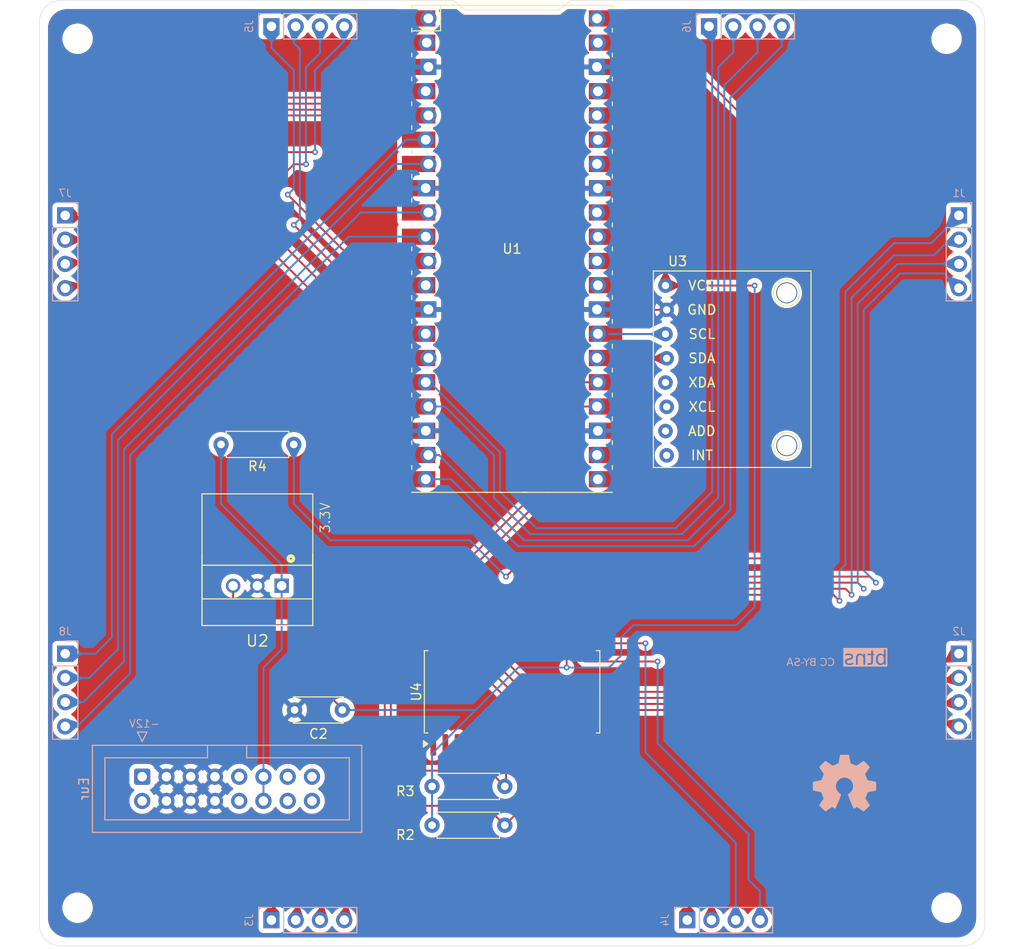
<source format=kicad_pcb>
(kicad_pcb (version 20240108) (generator "pcbnew") (generator_version "8.0")
  (layers (0 "F.Cu" signal) (31 "B.Cu" signal) (34 "B.Paste" user) (35 "F.Paste" user) (36 "B.SilkS" user "B.Silkscreen") (37 "F.SilkS" user "F.Silkscreen") (38 "B.Mask" user) (39 "F.Mask" user) (44 "Edge.Cuts" user))
  (net 0 "")
  (net 1 "SW_ROW_1")
  (net 2 "SW_ROW_2")
  (net 3 "SW_ROW_3")
  (net 4 "SW_ROW_4")
  (net 5 "SW_ROW_5")
  (net 6 "SW_ROW_6")
  (net 7 "SW_ROW_7")
  (net 8 "SW_ROW_8")
  (net 9 "SW_COL_1")
  (net 10 "SW_COL_2")
  (net 11 "SW_COL_3")
  (net 12 "SW_COL_4")
  (net 13 "SW_COL_5")
  (net 14 "SW_COL_6")
  (net 15 "SW_COL_7")
  (net 16 "SW_COL_8")
  (net 17 "GND")
  (net 18 "+3V3")
  (net 19 "LED_COL_1")
  (net 20 "LED_ROW_2")
  (net 21 "LED_COL_2")
  (net 22 "LED_COL_3")
  (net 23 "LED_COL_4")
  (net 24 "LED_COL_5")
  (net 25 "LED_COL_6")
  (net 26 "LED_COL_7")
  (net 27 "LED_COL_8")
  (net 28 "LED_ROW_3")
  (net 29 "LED_ROW_4")
  (net 30 "LED_ROW_5")
  (net 31 "LED_ROW_6")
  (net 32 "LED_ROW_7")
  (net 33 "LED_ROW_8")
  (net 34 "LED_ROW_1")
  (net 38 "TM_SCLK")
  (net 44 "TM_D")
  (net 45 "Net-(U2-+VIN)")
  (net 46 "RUN")
  (net 47 "TX")
  (net 48 "RX")
  (net 49 "VBUS")
  (net 50 "Macro")
  (net 60 "I2C0_SCL")
  (net 61 "I2C0_SDA")
  (net 62 "Mode")
  (footprint "Library:C_Disc_D5.0mm_W2.5mm_P5.00mm" (layer "F.Cu") (at 66.060991 119.635997 180)
    (property "Reference" "C2")
    (property "Value" "10uF")
  )
  (footprint "Library:RPi_Pico" (layer "F.Cu") (at 83.840991 71.340997)
    (property "Reference" "U1")
    (property "Value" "Pico")
  )
  (footprint "Library:MountingHole_2.7mm_M2.5" (layer "F.Cu") (at 38.340991 49.340997)
    (property "Reference" "REF**" (hide yes))
    (property "Value" "MountingHole_2.7mm_M2.5" (hide yes))
  )
  (footprint "Library:R_Axial_DIN0207_L6.3mm_D2.5mm_P7.62mm_Horizontal" (layer "F.Cu") (at 75.458991 127.636997)
    (property "Reference" "R3")
    (property "Value" "10k")
  )
  (footprint "Library:SOP-28_8.4x18.16mm_P1.27mm" (layer "F.Cu") (at 83.840991 117.730997 90)
    (property "Reference" "U4")
    (property "Value" "TM1640")
  )
  (footprint "Library:MountingHole_2.7mm_M2.5" (layer "F.Cu") (at 129.340991 140.340997)
    (property "Reference" "REF**" (hide yes))
    (property "Value" "MountingHole_2.7mm_M2.5")
  )
  (footprint "Library:R_Axial_DIN0207_L6.3mm_D2.5mm_P7.62mm_Horizontal" (layer "F.Cu") (at 60.980991 91.822997 180)
    (property "Reference" "R4")
    (property "Value" "10")
  )
  (footprint "Library:R_Axial_DIN0207_L6.3mm_D2.5mm_P7.62mm_Horizontal" (layer "F.Cu") (at 75.458991 131.700997)
    (property "Reference" "R2")
    (property "Value" "10k")
  )
  (footprint "Library:MountingHole_2.7mm_M2.5" (layer "F.Cu") (at 38.340991 140.340997)
    (property "Reference" "REF**" (hide yes))
    (property "Value" "MountingHole_2.7mm_M2.5")
  )
  (footprint "Library:module_mpu6050" (layer "F.Cu") (at 99.906491 92.965997)
    (property "Reference" "U3")
    (property "Value" "module_mpu6050")
  )
  (footprint "Library:VX78_O78" (layer "F.Cu") (at 57.168191 108.250898 180)
    (property "Reference" "U2")
    (property "Value" "VX78_O78")
  )
  (footprint "Library:MountingHole_2.7mm_M2.5" (layer "F.Cu") (at 129.340991 49.340997)
    (property "Reference" "REF**" (hide yes))
    (property "Value" "MountingHole_2.7mm_M2.5" (hide yes))
  )
  (footprint "Library:OSHW-Symbol_6.7x6mm_SilkScreen" (layer "B.Cu") (at 118.664391 127.306797 180)
    (property "Reference" "REF**" (hide yes))
    (property "Value" "OSHW-Symbol_6.7x6mm_SilkScreen" (hide yes))
  )
  (footprint "Library:PinHeader_1x04_P2.54mm_Vertical" (layer "B.Cu") (at 130.640991 113.740996 180)
    (property "Reference" "J2")
    (property "Value" "Conn_01x04_Pin" (hide yes))
  )
  (footprint "Library:IDC-Header_2x08_P2.54mm_Vertical" (layer "B.Cu") (at 45.105992 126.620997 -90)
    (property "Reference" "Eur")
    (property "Value" "IDC-Header_2x08_P2.54mm_Vertical")
  )
  (footprint "Library:PinHeader_1x04_P2.54mm_Vertical" (layer "B.Cu") (at 58.640991 48.040997 -90)
    (property "Reference" "J5")
    (property "Value" "Conn_01x04_Pin" (hide yes))
  )
  (footprint "Library:PinHeader_1x04_P2.54mm_Vertical" (layer "B.Cu") (at 37.040991 113.740996 180)
    (property "Reference" "J8")
    (property "Value" "Conn_01x04_Pin" (hide yes))
  )
  (footprint "Library:PinHeader_1x04_P2.54mm_Vertical" (layer "B.Cu") (at 104.468991 48.040997 -90)
    (property "Reference" "J6")
    (property "Value" "Conn_01x04_Pin" (hide yes))
  )
  (footprint "Library:PinHeader_1x04_P2.54mm_Vertical" (layer "B.Cu") (at 58.640991 141.640996 -90)
    (property "Reference" "J3")
    (property "Value" "Conn_01x04_Pin" (hide yes))
  )
  (footprint "Library:PinHeader_1x04_P2.54mm_Vertical" (layer "B.Cu") (at 102.182991 141.640996 -90)
    (property "Reference" "J4")
    (property "Value" "Conn_01x04_Pin" (hide yes))
  )
  (footprint "Library:PinHeader_1x04_P2.54mm_Vertical" (layer "B.Cu") (at 130.640991 67.840997 180)
    (property "Reference" "J1")
    (property "Value" "Conn_01x04_Pin" (hide yes))
  )
  (footprint "Library:PinHeader_1x04_P2.54mm_Vertical" (layer "B.Cu") (at 37.040991 67.840997 180)
    (property "Reference" "J7")
    (property "Value" "Conn_01x04_Pin" (hide yes))
  )
  (gr_arc (start 133.340991 142.090996) (mid 132.681982 143.681986) (end 131.090991 144.340996) (stroke (width 0.05)) (layer "Edge.Cuts"))
  (gr_line (start 78.945991 46.340997) (end 88.690991 46.340997) (stroke (width 0.05)) (layer "Edge.Cuts"))
  (gr_line (start 131.090991 144.340996) (end 36.590991 144.340996) (stroke (width 0.05)) (layer "Edge.Cuts"))
  (gr_arc (start 36.590991 144.340996) (mid 35.00001 143.681977) (end 34.340991 142.090996) (stroke (width 0.05)) (layer "Edge.Cuts"))
  (gr_line (start 131.090991 45.340997) (end 89.990991 45.340997) (stroke (width 0.05)) (layer "Edge.Cuts"))
  (gr_line (start 89.990991 45.340997) (end 88.690991 46.340997) (stroke (width 0.05)) (layer "Edge.Cuts"))
  (gr_line (start 133.340991 142.090996) (end 133.340991 47.590997) (stroke (width 0.05)) (layer "Edge.Cuts"))
  (gr_arc (start 34.340991 47.590997) (mid 34.999997 46.000003) (end 36.590991 45.340997) (stroke (width 0.05)) (layer "Edge.Cuts"))
  (gr_line (start 34.340991 142.090996) (end 34.340991 47.590997) (stroke (width 0.05)) (layer "Edge.Cuts"))
  (gr_line (start 77.735991 45.340997) (end 78.945991 46.340997) (stroke (width 0.05)) (layer "Edge.Cuts"))
  (gr_line (start 77.735991 45.340997) (end 36.590991 45.340997) (stroke (width 0.05)) (layer "Edge.Cuts"))
  (gr_arc (start 131.090991 45.340997) (mid 132.681988 46.000003) (end 133.340991 47.590997) (stroke (width 0.05)) (layer "Edge.Cuts"))
  (gr_text "-12V" (at 47.010991 121.540997 0) (layer "B.SilkS") (effects (font (size 0.8 0.8) (thickness 0.1) (bold yes)) (justify left bottom mirror)))
  (gr_text "CC BY-SA" (at 117.640991 115.140997 0) (layer "B.SilkS") (effects (font (size 0.8 0.8)) (justify left bottom mirror)))
  (gr_text "btns" (at 120.874191 114.276597 0) (layer "B.SilkS" knockout) (effects (font (size 1.5 1.5) (thickness 0.1875)) (justify mirror)))
  (segment (start 44.470991 69.470997) (end 40.025991 69.470997) (width 0.2) (layer "F.Cu") (net 1))
  (segment (start 72.445991 47.210997) (end 70.505991 49.150997) (width 0.2) (layer "F.Cu") (net 1))
  (segment (start 74.950991 47.210997) (end 72.445991 47.210997) (width 0.2) (layer "F.Cu") (net 1))
  (segment (start 70.505991 53.595997) (end 68.600991 55.500997) (width 0.2) (layer "F.Cu") (net 1))
  (segment (start 68.600991 55.500997) (end 48.915991 55.500997) (width 0.2) (layer "F.Cu") (net 1))
  (segment (start 45.740991 58.675997) (end 45.740991 68.200997) (width 0.2) (layer "F.Cu") (net 1))
  (segment (start 48.915991 55.500997) (end 45.740991 58.675997) (width 0.2) (layer "F.Cu") (net 1))
  (segment (start 40.025991 69.470997) (end 38.395991 67.840997) (width 0.2) (layer "F.Cu") (net 1))
  (segment (start 38.395991 67.840997) (end 37.040991 67.840997) (width 0.2) (layer "F.Cu") (net 1))
  (segment (start 70.505991 49.150997) (end 70.505991 53.595997) (width 0.2) (layer "F.Cu") (net 1))
  (segment (start 45.740991 68.200997) (end 44.470991 69.470997) (width 0.2) (layer "F.Cu") (net 1))
  (segment (start 49.550991 56.135997) (end 46.375991 59.310997) (width 0.2) (layer "F.Cu") (net 2))
  (segment (start 71.810991 49.750997) (end 71.140991 50.420997) (width 0.2) (layer "F.Cu") (net 2))
  (segment (start 46.375991 68.835997) (end 44.830991 70.380997) (width 0.2) (layer "F.Cu") (net 2))
  (segment (start 71.140991 54.230997) (end 69.235991 56.135997) (width 0.2) (layer "F.Cu") (net 2))
  (segment (start 71.140991 50.420997) (end 71.140991 54.230997) (width 0.2) (layer "F.Cu") (net 2))
  (segment (start 46.375991 59.310997) (end 46.375991 68.835997) (width 0.2) (layer "F.Cu") (net 2))
  (segment (start 69.235991 56.135997) (end 49.550991 56.135997) (width 0.2) (layer "F.Cu") (net 2))
  (segment (start 74.900191 49.750997) (end 71.810991 49.750997) (width 0.2) (layer "F.Cu") (net 2))
  (segment (start 44.830991 70.380997) (end 37.040991 70.380997) (width 0.2) (layer "F.Cu") (net 2))
  (segment (start 71.810991 54.830997) (end 69.870991 56.770997) (width 0.2) (layer "F.Cu") (net 3))
  (segment (start 45.105991 71.375997) (end 39.940991 71.375997) (width 0.2) (layer "F.Cu") (net 3))
  (segment (start 69.870991 56.770997) (end 50.185991 56.770997) (width 0.2) (layer "F.Cu") (net 3))
  (segment (start 74.950991 54.830997) (end 71.810991 54.830997) (width 0.2) (layer "F.Cu") (net 3))
  (segment (start 47.010991 59.945997) (end 47.010991 69.470997) (width 0.2) (layer "F.Cu") (net 3))
  (segment (start 38.395991 72.920997) (end 37.040991 72.920997) (width 0.2) (layer "F.Cu") (net 3))
  (segment (start 47.010991 69.470997) (end 45.105991 71.375997) (width 0.2) (layer "F.Cu") (net 3))
  (segment (start 50.185991 56.770997) (end 47.010991 59.945997) (width 0.2) (layer "F.Cu") (net 3))
  (segment (start 39.940991 71.375997) (end 38.395991 72.920997) (width 0.2) (layer "F.Cu") (net 3))
  (arc (start 38.13737 72.699376) (mid 37.820162 72.487424) (end 37.445991 72.412997) (width 0.2) (layer "F.Cu") (net 3))
  (segment (start 47.645991 60.580997) (end 47.645991 70.105997) (width 0.2) (layer "F.Cu") (net 4))
  (segment (start 74.950991 57.370997) (end 50.855991 57.370997) (width 0.2) (layer "F.Cu") (net 4))
  (segment (start 41.613491 72.010997) (end 38.163491 75.460997) (width 0.2) (layer "F.Cu") (net 4))
  (segment (start 47.645991 70.105997) (end 45.740991 72.010997) (width 0.2) (layer "F.Cu") (net 4))
  (segment (start 45.740991 72.010997) (end 41.613491 72.010997) (width 0.2) (layer "F.Cu") (net 4))
  (segment (start 50.855991 57.370997) (end 47.645991 60.580997) (width 0.2) (layer "F.Cu") (net 4))
  (segment (start 38.163491 75.460997) (end 37.040991 75.460997) (width 0.2) (layer "F.Cu") (net 4))
  (segment (start 40.205992 113.740996) (end 41.930991 112.015997) (width 0.2) (layer "B.Cu") (net 5))
  (segment (start 37.040991 113.740996) (end 40.205992 113.740996) (width 0.2) (layer "B.Cu") (net 5))
  (segment (start 41.930991 90.743497) (end 72.763491 59.910997) (width 0.2) (layer "B.Cu") (net 5))
  (segment (start 72.763491 59.910997) (end 74.798591 59.910997) (width 0.2) (layer "B.Cu") (net 5))
  (segment (start 41.930991 112.015997) (end 41.930991 90.743497) (width 0.2) (layer "B.Cu") (net 5))
  (segment (start 71.493491 62.450997) (end 42.565991 91.378497) (width 0.2) (layer "B.Cu") (net 6))
  (segment (start 39.570992 116.280996) (end 37.040991 116.280996) (width 0.2) (layer "B.Cu") (net 6))
  (segment (start 42.565991 113.285997) (end 39.570992 116.280996) (width 0.2) (layer "B.Cu") (net 6))
  (segment (start 42.565991 91.378497) (end 42.565991 113.285997) (width 0.2) (layer "B.Cu") (net 6))
  (segment (start 74.950991 62.450997) (end 71.493491 62.450997) (width 0.2) (layer "B.Cu") (net 6))
  (segment (start 68.000991 67.530997) (end 74.950991 67.530997) (width 0.2) (layer "B.Cu") (net 7))
  (segment (start 37.040991 118.820996) (end 38.935992 118.820996) (width 0.2) (layer "B.Cu") (net 7))
  (segment (start 43.200991 114.555997) (end 43.200991 92.330997) (width 0.2) (layer "B.Cu") (net 7))
  (segment (start 38.935992 118.820996) (end 43.200991 114.555997) (width 0.2) (layer "B.Cu") (net 7))
  (segment (start 43.200991 92.330997) (end 68.000991 67.530997) (width 0.2) (layer "B.Cu") (net 7))
  (segment (start 43.835991 115.825997) (end 38.300992 121.360996) (width 0.2) (layer "B.Cu") (net 8))
  (segment (start 38.300992 121.360996) (end 37.040991 121.360996) (width 0.2) (layer "B.Cu") (net 8))
  (segment (start 66.730991 70.070997) (end 43.835991 92.965997) (width 0.2) (layer "B.Cu") (net 8))
  (segment (start 74.798591 70.070997) (end 66.730991 70.070997) (width 0.2) (layer "B.Cu") (net 8))
  (segment (start 43.835991 92.965997) (end 43.835991 115.825997) (width 0.2) (layer "B.Cu") (net 8))
  (segment (start 67.295991 72.610997) (end 74.950991 72.610997) (width 0.2) (layer "F.Cu") (net 9))
  (segment (start 60.345991 65.660997) (end 67.295991 72.610997) (width 0.2) (layer "F.Cu") (net 9))
  (via (at 60.345991 65.660997) (size 0.6) (drill 0.3) (layers "F.Cu" "B.Cu") (net 9))
  (segment (start 60.980991 65.025997) (end 60.980991 52.623497) (width 0.2) (layer "B.Cu") (net 9))
  (segment (start 60.345991 65.660997) (end 60.980991 65.025997) (width 0.2) (layer "B.Cu") (net 9))
  (segment (start 60.980991 52.623497) (end 58.640991 50.283497) (width 0.2) (layer "B.Cu") (net 9))
  (segment (start 58.640991 50.283497) (end 58.640991 48.040997) (width 0.2) (layer "B.Cu") (net 9))
  (segment (start 74.950991 75.150997) (end 67.295991 75.150997) (width 0.2) (layer "F.Cu") (net 10))
  (segment (start 67.295991 75.150997) (end 60.980991 68.835997) (width 0.2) (layer "F.Cu") (net 10))
  (via (at 60.980991 68.835997) (size 0.6) (drill 0.3) (layers "F.Cu" "B.Cu") (net 10))
  (segment (start 61.615991 68.200997) (end 61.615991 50.420997) (width 0.2) (layer "B.Cu") (net 10))
  (segment (start 60.980991 68.835997) (end 61.615991 68.200997) (width 0.2) (layer "B.Cu") (net 10))
  (segment (start 61.615991 50.420997) (end 60.980991 49.785997) (width 0.2) (layer "B.Cu") (net 10))
  (segment (start 60.980991 49.785997) (end 60.980991 48.240997) (width 0.2) (layer "B.Cu") (net 10))
  (segment (start 60.980991 48.240997) (end 61.180991 48.040997) (width 0.2) (layer "B.Cu") (net 10))
  (segment (start 57.805991 65.660997) (end 57.805991 68.835997) (width 0.2) (layer "F.Cu") (net 11))
  (segment (start 60.980991 62.485997) (end 57.805991 65.660997) (width 0.2) (layer "F.Cu") (net 11))
  (segment (start 57.805991 68.835997) (end 69.200991 80.230997) (width 0.2) (layer "F.Cu") (net 11))
  (segment (start 62.265991 62.485997) (end 60.980991 62.485997) (width 0.2) (layer "F.Cu") (net 11))
  (segment (start 69.200991 80.230997) (end 74.798591 80.230997) (width 0.2) (layer "F.Cu") (net 11))
  (via (at 62.265991 62.485997) (size 0.6) (drill 0.3) (layers "F.Cu" "B.Cu") (net 11))
  (segment (start 63.720991 50.855997) (end 63.720991 48.040997) (width 0.2) (layer "B.Cu") (net 11))
  (segment (start 62.265991 62.485997) (end 62.250991 62.470997) (width 0.2) (layer "B.Cu") (net 11))
  (segment (start 62.250991 52.325997) (end 63.720991 50.855997) (width 0.2) (layer "B.Cu") (net 11))
  (segment (start 62.250991 62.470997) (end 62.250991 52.325997) (width 0.2) (layer "B.Cu") (net 11))
  (segment (start 69.835991 82.770997) (end 74.950991 82.770997) (width 0.2) (layer "F.Cu") (net 12))
  (segment (start 63.203491 61.215997) (end 60.345991 61.215997) (width 0.2) (layer "F.Cu") (net 12))
  (segment (start 60.345991 61.215997) (end 56.535991 65.025997) (width 0.2) (layer "F.Cu") (net 12))
  (segment (start 56.535991 69.470997) (end 69.835991 82.770997) (width 0.2) (layer "F.Cu") (net 12))
  (segment (start 56.535991 65.025997) (end 56.535991 69.470997) (width 0.2) (layer "F.Cu") (net 12))
  (via (at 63.203491 61.215997) (size 0.6) (drill 0.3) (layers "F.Cu" "B.Cu") (net 12))
  (segment (start 66.260991 49.585997) (end 66.260991 48.040997) (width 0.2) (layer "B.Cu") (net 12))
  (segment (start 63.203491 61.215997) (end 63.203491 52.643497) (width 0.2) (layer "B.Cu") (net 12))
  (segment (start 63.203491 52.643497) (end 66.260991 49.585997) (width 0.2) (layer "B.Cu") (net 12))
  (segment (start 104.795991 48.367997) (end 104.795991 96.775997) (width 0.2) (layer "B.Cu") (net 13))
  (segment (start 74.833591 85.345997) (end 74.798591 85.310997) (width 0.2) (layer "B.Cu") (net 13))
  (segment (start 104.468991 48.040997) (end 104.795991 48.367997) (width 0.2) (layer "B.Cu") (net 13))
  (segment (start 82.570991 96.775997) (end 82.570991 92.648497) (width 0.2) (layer "B.Cu") (net 13))
  (segment (start 82.570991 92.648497) (end 75.268491 85.345997) (width 0.2) (layer "B.Cu") (net 13))
  (segment (start 75.268491 85.345997) (end 74.833591 85.345997) (width 0.2) (layer "B.Cu") (net 13))
  (segment (start 86.380991 100.585997) (end 82.570991 96.775997) (width 0.2) (layer "B.Cu") (net 13))
  (segment (start 104.795991 96.775997) (end 100.985991 100.585997) (width 0.2) (layer "B.Cu") (net 13))
  (segment (start 100.985991 100.585997) (end 86.380991 100.585997) (width 0.2) (layer "B.Cu") (net 13))
  (segment (start 81.935991 97.410997) (end 85.745991 101.220997) (width 0.2) (layer "B.Cu") (net 14))
  (segment (start 76.820991 87.850997) (end 81.935991 92.965997) (width 0.2) (layer "B.Cu") (net 14))
  (segment (start 105.430991 52.325997) (end 107.008991 50.747997) (width 0.2) (layer "B.Cu") (net 14))
  (segment (start 85.745991 101.220997) (end 101.620991 101.220997) (width 0.2) (layer "B.Cu") (net 14))
  (segment (start 105.430991 97.410997) (end 105.430991 52.325997) (width 0.2) (layer "B.Cu") (net 14))
  (segment (start 74.950991 87.850997) (end 76.820991 87.850997) (width 0.2) (layer "B.Cu") (net 14))
  (segment (start 106.754991 49.205935) (end 106.754991 48.040997) (width 0.2) (layer "B.Cu") (net 14))
  (segment (start 107.008991 50.747997) (end 107.008991 48.040997) (width 0.2) (layer "B.Cu") (net 14))
  (segment (start 101.620991 101.220997) (end 105.430991 97.410997) (width 0.2) (layer "B.Cu") (net 14))
  (segment (start 81.935991 92.965997) (end 81.935991 97.410997) (width 0.2) (layer "B.Cu") (net 14))
  (segment (start 106.065991 98.045997) (end 106.065991 54.230997) (width 0.2) (layer "B.Cu") (net 15))
  (segment (start 85.110991 101.855997) (end 102.255991 101.855997) (width 0.2) (layer "B.Cu") (net 15))
  (segment (start 74.950991 92.930997) (end 76.185991 92.930997) (width 0.2) (layer "B.Cu") (net 15))
  (segment (start 106.065991 54.230997) (end 109.548991 50.747997) (width 0.2) (layer "B.Cu") (net 15))
  (segment (start 76.185991 92.930997) (end 85.110991 101.855997) (width 0.2) (layer "B.Cu") (net 15))
  (segment (start 102.255991 101.855997) (end 106.065991 98.045997) (width 0.2) (layer "B.Cu") (net 15))
  (segment (start 109.548991 50.747997) (end 109.548991 48.040997) (width 0.2) (layer "B.Cu") (net 15))
  (segment (start 106.700991 98.680997) (end 102.890991 102.490997) (width 0.2) (layer "B.Cu") (net 16))
  (segment (start 77.455991 95.470997) (end 74.798591 95.470997) (width 0.2) (layer "B.Cu") (net 16))
  (segment (start 102.890991 102.490997) (end 84.475991 102.490997) (width 0.2) (layer "B.Cu") (net 16))
  (segment (start 84.475991 102.490997) (end 77.455991 95.470997) (width 0.2) (layer "B.Cu") (net 16))
  (segment (start 112.088991 48.040997) (end 112.088991 50.112997) (width 0.2) (layer "B.Cu") (net 16))
  (segment (start 112.088991 50.112997) (end 106.700991 55.500997) (width 0.2) (layer "B.Cu") (net 16))
  (segment (start 106.700991 55.500997) (end 106.700991 98.680997) (width 0.2) (layer "B.Cu") (net 16))
  (segment (start 92.765991 77.725997) (end 92.730991 77.690997) (width 0.2) (layer "F.Cu") (net 17))
  (segment (start 100.033491 77.725997) (end 92.765991 77.725997) (width 0.2) (layer "F.Cu") (net 17))
  (segment (start 55.900991 110.745997) (end 54.628191 109.473197) (width 0.2) (layer "F.Cu") (net 18))
  (segment (start 97.775991 57.370997) (end 99.906491 59.501497) (width 0.2) (layer "F.Cu") (net 18))
  (segment (start 64.610991 113.105997) (end 62.250991 110.745997) (width 0.2) (layer "F.Cu") (net 18))
  (segment (start 99.906491 75.185997) (end 109.240991 75.185997) (width 0.2) (layer "F.Cu") (net 18))
  (segment (start 99.906491 59.501497) (end 99.906491 75.185997) (width 0.2) (layer "F.Cu") (net 18))
  (segment (start 89.555991 112.168497) (end 89.555991 115.190997) (width 0.2) (layer "F.Cu") (net 18))
  (segment (start 62.250991 110.745997) (end 55.900991 110.745997) (width 0.2) (layer "F.Cu") (net 18))
  (segment (start 66.060991 119.635997) (end 66.060991 119.508997) (width 0.2) (layer "F.Cu") (net 18))
  (segment (start 66.060991 119.508997) (end 64.610991 118.058997) (width 0.2) (layer "F.Cu") (net 18))
  (segment (start 54.628191 109.473197) (end 54.628191 106.625898) (width 0.2) (layer "F.Cu") (net 18))
  (segment (start 64.610991 118.058997) (end 64.610991 113.105997) (width 0.2) (layer "F.Cu") (net 18))
  (segment (start 92.730991 57.370997) (end 97.775991 57.370997) (width 0.2) (layer "F.Cu") (net 18))
  (segment (start 89.555991 112.168497) (end 89.555991 110.745997) (width 0.2) (layer "F.Cu") (net 18))
  (via (at 109.240991 75.185997) (size 0.6) (drill 0.3) (layers "F.Cu" "B.Cu") (net 18))
  (via (at 89.555991 115.190997) (size 0.6) (drill 0.3) (layers "F.Cu" "B.Cu") (net 18))
  (segment (start 95.270991 112.015997) (end 95.270991 113.920997) (width 0.2) (layer "B.Cu") (net 18))
  (segment (start 107.335991 110.745997) (end 96.540991 110.745997) (width 0.2) (layer "B.Cu") (net 18))
  (segment (start 89.555991 115.190997) (end 84.475991 115.190997) (width 0.2) (layer "B.Cu") (net 18))
  (segment (start 76.220991 119.635997) (end 66.060991 119.635997) (width 0.2) (layer "B.Cu") (net 18))
  (segment (start 109.240991 108.840997) (end 107.335991 110.745997) (width 0.2) (layer "B.Cu") (net 18))
  (segment (start 75.458991 131.700997) (end 75.458991 127.636997) (width 0.2) (layer "B.Cu") (net 18))
  (segment (start 109.240991 75.185997) (end 109.240991 108.840997) (width 0.2) (layer "B.Cu") (net 18))
  (segment (start 80.030991 119.635997) (end 75.458991 124.207997) (width 0.2) (layer "B.Cu") (net 18))
  (segment (start 84.475991 115.190997) (end 83.205991 116.460997) (width 0.2) (layer "B.Cu") (net 18))
  (segment (start 95.270991 113.920997) (end 94.000991 115.190997) (width 0.2) (layer "B.Cu") (net 18))
  (segment (start 75.458991 124.207997) (end 75.458991 127.636997) (width 0.2) (layer "B.Cu") (net 18))
  (segment (start 83.205991 116.460997) (end 80.030991 119.635997) (width 0.2) (layer "B.Cu") (net 18))
  (segment (start 96.540991 110.745997) (end 95.270991 112.015997) (width 0.2) (layer "B.Cu") (net 18))
  (segment (start 94.000991 115.190997) (end 89.555991 115.190997) (width 0.2) (layer "B.Cu") (net 18))
  (segment (start 80.030991 119.635997) (end 76.220991 119.635997) (width 0.2) (layer "B.Cu") (net 18))
  (segment (start 85.745991 125.350997) (end 85.745991 123.293497) (width 0.2) (layer "F.Cu") (net 19))
  (segment (start 58.640991 141.640996) (end 58.640991 140.073497) (width 0.2) (layer "F.Cu") (net 19))
  (segment (start 86.380991 125.985997) (end 85.745991 125.350997) (width 0.2) (layer "F.Cu") (net 19))
  (segment (start 58.640991 140.073497) (end 63.838491 134.875997) (width 0.2) (layer "F.Cu") (net 19))
  (segment (start 86.380991 131.700997) (end 86.380991 125.985997) (width 0.2) (layer "F.Cu") (net 19))
  (segment (start 63.838491 134.875997) (end 83.205991 134.875997) (width 0.2) (layer "F.Cu") (net 19))
  (segment (start 83.205991 134.875997) (end 86.380991 131.700997) (width 0.2) (layer "F.Cu") (net 19))
  (segment (start 118.765991 106.935997) (end 119.400991 107.570997) (width 0.2) (layer "F.Cu") (net 20))
  (segment (start 87.015992 112.168497) (end 87.015992 110.745996) (width 0.2) (layer "F.Cu") (net 20))
  (segment (start 87.015992 110.745996) (end 90.825991 106.935997) (width 0.2) (layer "F.Cu") (net 20))
  (segment (start 90.825991 106.935997) (end 118.765991 106.935997) (width 0.2) (layer "F.Cu") (net 20))
  (via (at 119.400991 107.570997) (size 0.6) (drill 0.3) (layers "F.Cu" "B.Cu") (net 20))
  (segment (start 123.845991 72.010997) (end 119.400991 76.455997) (width 0.2) (layer "B.Cu") (net 20))
  (segment (start 119.400991 76.455997) (end 119.400991 107.570997) (width 0.2) (layer "B.Cu") (net 20))
  (segment (start 129.645991 70.380997) (end 128.015991 72.010997) (width 0.2) (layer "B.Cu") (net 20))
  (segment (start 128.015991 72.010997) (end 123.845991 72.010997) (width 0.2) (layer "B.Cu") (net 20))
  (segment (start 130.640991 70.380997) (end 129.645991 70.380997) (width 0.2) (layer "B.Cu") (net 20))
  (segment (start 83.840991 135.510997) (end 66.060991 135.510997) (width 0.2) (layer "F.Cu") (net 21))
  (segment (start 61.180991 140.390997) (end 61.180991 141.640996) (width 0.2) (layer "F.Cu") (net 21))
  (segment (start 87.015991 123.293498) (end 87.015991 132.335997) (width 0.2) (layer "F.Cu") (net 21))
  (segment (start 66.060991 135.510997) (end 61.180991 140.390997) (width 0.2) (layer "F.Cu") (net 21))
  (segment (start 87.015991 132.335997) (end 83.840991 135.510997) (width 0.2) (layer "F.Cu") (net 21))
  (segment (start 87.015992 123.293497) (end 87.015991 123.293498) (width 0.2) (layer "F.Cu") (net 21))
  (segment (start 67.965991 136.145997) (end 84.475991 136.145997) (width 0.2) (layer "F.Cu") (net 22))
  (segment (start 84.475991 136.145997) (end 87.650991 132.970997) (width 0.2) (layer "F.Cu") (net 22))
  (segment (start 63.720991 140.390997) (end 67.965991 136.145997) (width 0.2) (layer "F.Cu") (net 22))
  (segment (start 88.285991 125.350997) (end 88.285991 123.293497) (width 0.2) (layer "F.Cu") (net 22))
  (segment (start 63.720991 141.640996) (end 63.720991 140.390997) (width 0.2) (layer "F.Cu") (net 22))
  (segment (start 87.650991 132.970997) (end 87.650991 125.985997) (width 0.2) (layer "F.Cu") (net 22))
  (segment (start 87.650991 125.985997) (end 88.285991 125.350997) (width 0.2) (layer "F.Cu") (net 22))
  (segment (start 88.285991 126.620997) (end 88.285991 133.605997) (width 0.2) (layer "F.Cu") (net 23))
  (segment (start 88.285991 133.605997) (end 85.110991 136.780997) (width 0.2) (layer "F.Cu") (net 23))
  (segment (start 66.260991 140.390997) (end 66.260991 141.640996) (width 0.2) (layer "F.Cu") (net 23))
  (segment (start 89.555991 125.350997) (end 88.285991 126.620997) (width 0.2) (layer "F.Cu") (net 23))
  (segment (start 85.110991 136.780997) (end 69.870991 136.780997) (width 0.2) (layer "F.Cu") (net 23))
  (segment (start 89.555991 123.293497) (end 89.555991 125.350997) (width 0.2) (layer "F.Cu") (net 23))
  (segment (start 69.870991 136.780997) (end 66.260991 140.390997) (width 0.2) (layer "F.Cu") (net 23))
  (segment (start 102.182991 141.640996) (end 102.182991 137.819247) (width 0.2) (layer "F.Cu") (net 24))
  (segment (start 102.182991 137.819247) (end 90.82599 126.462246) (width 0.2) (layer "F.Cu") (net 24))
  (segment (start 90.82599 126.462246) (end 90.82599 123.293497) (width 0.2) (layer "F.Cu") (net 24))
  (segment (start 92.095991 126.620997) (end 104.722991 139.247997) (width 0.2) (layer "F.Cu") (net 25))
  (segment (start 92.095991 123.293497) (end 92.095991 126.620997) (width 0.2) (layer "F.Cu") (net 25))
  (segment (start 104.722991 139.247997) (end 104.722991 141.640996) (width 0.2) (layer "F.Cu") (net 25))
  (segment (start 97.810991 112.650997) (end 92.578491 112.650997) (width 0.2) (layer "F.Cu") (net 26))
  (segment (start 92.578491 112.650997) (end 92.095991 112.168497) (width 0.2) (layer "F.Cu") (net 26))
  (via (at 97.810991 112.650997) (size 0.6) (drill 0.3) (layers "F.Cu" "B.Cu") (net 26))
  (segment (start 107.262991 133.532997) (end 107.262991 141.640996) (width 0.2) (layer "B.Cu") (net 26))
  (segment (start 97.810991 124.080997) (end 107.262991 133.532997) (width 0.2) (layer "B.Cu") (net 26))
  (segment (start 97.810991 112.650997) (end 97.810991 124.080997) (width 0.2) (layer "B.Cu") (net 26))
  (segment (start 95.905991 114.555997) (end 99.080991 114.555997) (width 0.2) (layer "F.Cu") (net 27))
  (segment (start 91.460991 114.555997) (end 95.905991 114.555997) (width 0.2) (layer "F.Cu") (net 27))
  (segment (start 90.82599 113.920996) (end 91.460991 114.555997) (width 0.2) (layer "F.Cu") (net 27))
  (segment (start 90.82599 112.168497) (end 90.82599 113.920996) (width 0.2) (layer "F.Cu") (net 27))
  (via (at 99.080991 114.555997) (size 0.6) (drill 0.3) (layers "F.Cu" "B.Cu") (net 27))
  (segment (start 99.080991 123.128497) (end 108.605991 132.653497) (width 0.2) (layer "B.Cu") (net 27))
  (segment (start 108.605991 132.653497) (end 108.605991 137.415997) (width 0.2) (layer "B.Cu") (net 27))
  (segment (start 108.605991 137.415997) (end 109.802991 138.612997) (width 0.2) (layer "B.Cu") (net 27))
  (segment (start 99.080991 114.555997) (end 99.080991 123.128497) (width 0.2) (layer "B.Cu") (net 27))
  (segment (start 109.802991 138.612997) (end 109.802991 141.640996) (width 0.2) (layer "B.Cu") (net 27))
  (segment (start 85.745991 112.168497) (end 85.745991 110.745997) (width 0.2) (layer "F.Cu") (net 28))
  (segment (start 90.190991 106.300997) (end 120.035991 106.300997) (width 0.2) (layer "F.Cu") (net 28))
  (segment (start 120.035991 106.300997) (end 120.670991 106.935997) (width 0.2) (layer "F.Cu") (net 28))
  (segment (start 85.745991 110.745997) (end 90.190991 106.300997) (width 0.2) (layer "F.Cu") (net 28))
  (via (at 120.670991 106.935997) (size 0.6) (drill 0.3) (layers "F.Cu" "B.Cu") (net 28))
  (segment (start 124.205991 72.920997) (end 130.640991 72.920997) (width 0.2) (layer "B.Cu") (net 28))
  (segment (start 120.035991 106.300997) (end 120.035991 77.090997) (width 0.2) (layer "B.Cu") (net 28))
  (segment (start 120.035991 77.090997) (end 124.205991 72.920997) (width 0.2) (layer "B.Cu") (net 28))
  (segment (start 120.670991 106.935997) (end 120.035991 106.300997) (width 0.2) (layer "B.Cu") (net 28))
  (segment (start 121.940991 106.300997) (end 121.305991 105.665997) (width 0.2) (layer "F.Cu") (net 29))
  (segment (start 84.475991 110.888498) (end 84.475991 112.168497) (width 0.2) (layer "F.Cu") (net 29))
  (segment (start 121.305991 105.665997) (end 89.698492 105.665997) (width 0.2) (layer "F.Cu") (net 29))
  (segment (start 89.698492 105.665997) (end 84.475991 110.888498) (width 0.2) (layer "F.Cu") (net 29))
  (via (at 121.940991 106.300997) (size 0.6) (drill 0.3) (layers "F.Cu" "B.Cu") (net 29))
  (segment (start 129.095991 73.915997) (end 130.640991 75.460997) (width 0.2) (layer "B.Cu") (net 29))
  (segment (start 121.940991 106.300997) (end 120.670991 105.030997) (width 0.2) (layer "B.Cu") (net 29))
  (segment (start 120.670991 77.725997) (end 124.480991 73.915997) (width 0.2) (layer "B.Cu") (net 29))
  (segment (start 120.670991 105.030997) (end 120.670991 77.725997) (width 0.2) (layer "B.Cu") (net 29))
  (segment (start 124.480991 73.915997) (end 129.095991 73.915997) (width 0.2) (layer "B.Cu") (net 29))
  (segment (start 130.058492 113.740996) (end 130.640991 113.740996) (width 0.2) (layer "F.Cu") (net 30))
  (segment (start 83.205991 114.560997) (end 86.375991 117.730997) (width 0.2) (layer "F.Cu") (net 30))
  (segment (start 126.068491 117.730997) (end 130.058492 113.740996) (width 0.2) (layer "F.Cu") (net 30))
  (segment (start 83.205991 112.168497) (end 83.205991 114.560997) (width 0.2) (layer "F.Cu") (net 30))
  (segment (start 86.375991 117.730997) (end 126.068491 117.730997) (width 0.2) (layer "F.Cu") (net 30))
  (segment (start 85.745991 118.365997) (end 127.338491 118.365997) (width 0.2) (layer "F.Cu") (net 31))
  (segment (start 129.423492 116.280996) (end 130.640991 116.280996) (width 0.2) (layer "F.Cu") (net 31))
  (segment (start 81.935991 112.168497) (end 81.935991 114.555997) (width 0.2) (layer "F.Cu") (net 31))
  (segment (start 81.935991 114.555997) (end 85.745991 118.365997) (width 0.2) (layer "F.Cu") (net 31))
  (segment (start 127.338491 118.365997) (end 129.423492 116.280996) (width 0.2) (layer "F.Cu") (net 31))
  (segment (start 130.46099 119.000997) (end 130.640991 118.820996) (width 0.2) (layer "F.Cu") (net 32))
  (segment (start 85.110991 119.000997) (end 130.46099 119.000997) (width 0.2) (layer "F.Cu") (net 32))
  (segment (start 80.66599 112.168497) (end 80.66599 114.555996) (width 0.2) (layer "F.Cu") (net 32))
  (segment (start 80.66599 114.555996) (end 85.110991 119.000997) (width 0.2) (layer "F.Cu") (net 32))
  (segment (start 130.185992 120.905997) (end 128.290991 120.905997) (width 0.2) (layer "F.Cu") (net 33))
  (segment (start 128.290991 120.905997) (end 127.020991 119.635997) (width 0.2) (layer "F.Cu") (net 33))
  (segment (start 79.395991 114.555997) (end 79.395991 112.168497) (width 0.2) (layer "F.Cu") (net 33))
  (segment (start 84.475991 119.635997) (end 79.395991 114.555997) (width 0.2) (layer "F.Cu") (net 33))
  (segment (start 130.640991 121.360996) (end 130.185992 120.905997) (width 0.2) (layer "F.Cu") (net 33))
  (segment (start 127.020991 119.635997) (end 84.475991 119.635997) (width 0.2) (layer "F.Cu") (net 33))
  (segment (start 118.130991 108.205997) (end 117.495991 107.570997) (width 0.2) (layer "F.Cu") (net 34))
  (segment (start 88.285991 110.745299) (end 88.285991 112.168497) (width 0.2) (layer "F.Cu") (net 34))
  (segment (start 117.495991 107.570997) (end 91.460293 107.570997) (width 0.2) (layer "F.Cu") (net 34))
  (segment (start 91.460293 107.570997) (end 88.285991 110.745299) (width 0.2) (layer "F.Cu") (net 34))
  (via (at 118.130991 108.205997) (size 0.6) (drill 0.3) (layers "F.Cu" "B.Cu") (net 34))
  (segment (start 118.130991 105.030997) (end 118.750991 104.410997) (width 0.2) (layer "B.Cu") (net 34))
  (segment (start 118.130991 108.205997) (end 118.130991 105.030997) (width 0.2) (layer "B.Cu") (net 34))
  (segment (start 123.845991 70.740997) (end 127.740991 70.740997) (width 0.2) (layer "B.Cu") (net 34))
  (segment (start 127.740991 70.740997) (end 130.640991 67.840997) (width 0.2) (layer "B.Cu") (net 34))
  (segment (start 118.750991 104.410997) (end 118.750991 75.835997) (width 0.2) (layer "B.Cu") (net 34))
  (segment (start 118.750991 75.835997) (end 123.845991 70.740997) (width 0.2) (layer "B.Cu") (net 34))
  (segment (start 70.505991 128.525997) (end 71.648991 129.668997) (width 0.2) (layer "F.Cu") (net 38))
  (segment (start 71.648991 129.668997) (end 81.046991 129.668997) (width 0.2) (layer "F.Cu") (net 38))
  (segment (start 85.745991 97.410997) (end 70.505991 112.650997) (width 0.2) (layer "F.Cu") (net 38))
  (segment (start 81.046991 129.668997) (end 83.078991 131.700997) (width 0.2) (layer "F.Cu") (net 38))
  (segment (start 90.860991 85.310997) (end 85.745991 90.425997) (width 0.2) (layer "F.Cu") (net 38))
  (segment (start 84.475991 130.303997) (end 84.475991 123.293497) (width 0.2) (layer "F.Cu") (net 38))
  (segment (start 92.883391 85.310997) (end 90.860991 85.310997) (width 0.2) (layer "F.Cu") (net 38))
  (segment (start 85.745991 90.425997) (end 85.745991 97.410997) (width 0.2) (layer "F.Cu") (net 38))
  (segment (start 70.505991 112.650997) (end 70.505991 128.525997) (width 0.2) (layer "F.Cu") (net 38))
  (segment (start 83.078991 131.700997) (end 84.475991 130.303997) (width 0.2) (layer "F.Cu") (net 38))
  (segment (start 73.680991 125.985997) (end 81.427991 125.985997) (width 0.2) (layer "F.Cu") (net 44))
  (segment (start 83.205991 127.509997) (end 83.078991 127.636997) (width 0.2) (layer "F.Cu") (net 44))
  (segment (start 71.140991 123.445997) (end 73.680991 125.985997) (width 0.2) (layer "F.Cu") (net 44))
  (segment (start 87.015991 91.060997) (end 87.015991 97.410997) (width 0.2) (layer "F.Cu") (net 44))
  (segment (start 83.205991 123.293497) (end 83.205991 127.509997) (width 0.2) (layer "F.Cu") (net 44))
  (segment (start 71.140991 113.285997) (end 71.140991 123.445997) (width 0.2) (layer "F.Cu") (net 44))
  (segment (start 87.015991 97.410997) (end 71.140991 113.285997) (width 0.2) (layer "F.Cu") (net 44))
  (segment (start 90.225991 87.850997) (end 87.015991 91.060997) (width 0.2) (layer "F.Cu") (net 44))
  (segment (start 81.427991 125.985997) (end 83.078991 127.636997) (width 0.2) (layer "F.Cu") (net 44))
  (segment (start 92.730991 87.850997) (end 90.225991 87.850997) (width 0.2) (layer "F.Cu") (net 44))
  (segment (start 59.708191 113.288797) (end 57.805991 115.190997) (width 0.2) (layer "B.Cu") (net 45))
  (segment (start 53.360991 98.045997) (end 59.710991 104.395997) (width 0.2) (layer "B.Cu") (net 45))
  (segment (start 59.710991 104.395997) (end 59.708191 104.398797) (width 0.2) (layer "B.Cu") (net 45))
  (segment (start 57.805991 115.190997) (end 57.805991 129.160997) (width 0.2) (layer "B.Cu") (net 45))
  (segment (start 53.360991 98.045997) (end 53.487991 98.172997) (width 0.2) (layer "B.Cu") (net 45))
  (segment (start 53.360991 91.822997) (end 53.360991 98.045997) (width 0.2) (layer "B.Cu") (net 45))
  (segment (start 59.708191 106.625898) (end 59.708191 113.288797) (width 0.2) (layer "B.Cu") (net 45))
  (segment (start 59.708191 104.398797) (end 59.708191 106.625898) (width 0.2) (layer "B.Cu") (net 45))
  (segment (start 116.860991 99.315997) (end 112.415991 103.760997) (width 0.2) (layer "F.Cu") (net 49))
  (segment (start 112.098491 61.533497) (end 112.415991 61.850997) (width 0.2) (layer "F.Cu") (net 49))
  (segment (start 116.860991 66.295997) (end 116.860991 80.900997) (width 0.2) (layer "F.Cu") (net 49))
  (segment (start 85.110991 103.760997) (end 83.205991 105.665997) (width 0.2) (layer "F.Cu") (net 49))
  (segment (start 112.415991 103.760997) (end 85.110991 103.760997) (width 0.2) (layer "F.Cu") (net 49))
  (segment (start 116.860991 80.900997) (end 116.860991 99.315997) (width 0.2) (layer "F.Cu") (net 49))
  (segment (start 112.098491 61.533497) (end 116.860991 66.295997) (width 0.2) (layer "F.Cu") (net 49))
  (segment (start 97.775991 47.210997) (end 112.098491 61.533497) (width 0.2) (layer "F.Cu") (net 49))
  (segment (start 92.730991 47.210997) (end 97.775991 47.210997) (width 0.2) (layer "F.Cu") (net 49))
  (via (at 83.205991 105.665997) (size 0.6) (drill 0.3) (layers "F.Cu" "B.Cu") (net 49))
  (segment (start 60.980991 98.045997) (end 60.980991 91.822997) (width 0.2) (layer "B.Cu") (net 49))
  (segment (start 83.205991 105.665997) (end 79.395991 101.855997) (width 0.2) (layer "B.Cu") (net 49))
  (segment (start 79.395991 101.855997) (end 64.790991 101.855997) (width 0.2) (layer "B.Cu") (net 49))
  (segment (start 64.790991 101.855997) (end 60.980991 98.045997) (width 0.2) (layer "B.Cu") (net 49))
  (segment (start 92.918391 80.265997) (end 92.883391 80.230997) (width 0.2) (layer "F.Cu") (net 60))
  (segment (start 99.906491 80.265997) (end 92.918391 80.265997) (width 0.2) (layer "F.Cu") (net 60))
  (segment (start 99.906491 80.265997) (end 94.000991 80.265997) (width 0.2) (layer "B.Cu") (net 60))
  (segment (start 100.033491 82.805997) (end 92.765991 82.805997) (width 0.2) (layer "F.Cu") (net 61))
  (segment (start 92.765991 82.805997) (end 92.730991 82.770997) (width 0.2) (layer "F.Cu") (net 61))
  (zone (net 17) (net_name "GND") (layers "F&B.Cu") (connect_pads (clearance 0.5)) (min_thickness 0.25) (fill yes (thermal_gap 0.5) (thermal_bridge_width 0.5) (smoothing fillet) (radius 2))
    (polygon (pts (xy 35.240991 143.440996) (xy 35.240991 46.240997) (xy 132.440991 46.240997) (xy 132.440991 143.440996)))
  )
)
</source>
